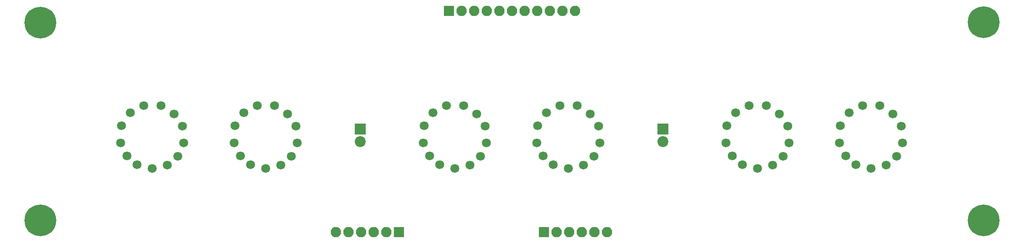
<source format=gts>
G04 #@! TF.FileFunction,Soldermask,Top*
%FSLAX46Y46*%
G04 Gerber Fmt 4.6, Leading zero omitted, Abs format (unit mm)*
G04 Created by KiCad (PCBNEW 4.0.5) date Tuesday, October 10, 2017 'PMt' 05:41:59 PM*
%MOMM*%
%LPD*%
G01*
G04 APERTURE LIST*
%ADD10C,0.100000*%
%ADD11C,6.400000*%
%ADD12C,3.400000*%
%ADD13R,2.100000X2.100000*%
%ADD14O,2.100000X2.100000*%
%ADD15R,2.200000X2.200000*%
%ADD16C,2.200000*%
%ADD17C,1.808000*%
G04 APERTURE END LIST*
D10*
D11*
X257886200Y-67208400D03*
D12*
X257886200Y-67208400D03*
D11*
X67868800Y-67259200D03*
D12*
X67868800Y-67259200D03*
D11*
X67868800Y-107264200D03*
D12*
X67868800Y-107264200D03*
D13*
X150190200Y-64897000D03*
D14*
X152730200Y-64897000D03*
X155270200Y-64897000D03*
X157810200Y-64897000D03*
X160350200Y-64897000D03*
X162890200Y-64897000D03*
X165430200Y-64897000D03*
X167970200Y-64897000D03*
X170510200Y-64897000D03*
X173050200Y-64897000D03*
X175590200Y-64897000D03*
D13*
X169291000Y-109601000D03*
D14*
X171831000Y-109601000D03*
X174371000Y-109601000D03*
X176911000Y-109601000D03*
X179451000Y-109601000D03*
X181991000Y-109601000D03*
D13*
X140144500Y-109601000D03*
D14*
X137604500Y-109601000D03*
X135064500Y-109601000D03*
X132524500Y-109601000D03*
X129984500Y-109601000D03*
X127444500Y-109601000D03*
D15*
X132283200Y-88773000D03*
D16*
X132283200Y-91313000D03*
D15*
X193243200Y-88773000D03*
D16*
X193243200Y-91313000D03*
D17*
X230805200Y-85451000D03*
X233532200Y-84054000D03*
X228803200Y-91567000D03*
X229033200Y-88143000D03*
X239622200Y-85703000D03*
X241242200Y-88234000D03*
X235153200Y-96774000D03*
X240385200Y-94270000D03*
X241546200Y-91604000D03*
X230073200Y-94234000D03*
X238257200Y-96049000D03*
X236975200Y-84084000D03*
X232175200Y-96022000D03*
X207945200Y-85451000D03*
X210672200Y-84054000D03*
X205943200Y-91567000D03*
X206173200Y-88143000D03*
X216762200Y-85703000D03*
X218382200Y-88234000D03*
X212293200Y-96774000D03*
X217525200Y-94270000D03*
X218686200Y-91604000D03*
X207213200Y-94234000D03*
X215397200Y-96049000D03*
X214115200Y-84084000D03*
X209315200Y-96022000D03*
X169845200Y-85451000D03*
X172572200Y-84054000D03*
X167843200Y-91567000D03*
X168073200Y-88143000D03*
X178662200Y-85703000D03*
X180282200Y-88234000D03*
X174193200Y-96774000D03*
X179425200Y-94270000D03*
X180586200Y-91604000D03*
X169113200Y-94234000D03*
X177297200Y-96049000D03*
X176015200Y-84084000D03*
X171215200Y-96022000D03*
X146985200Y-85451000D03*
X149712200Y-84054000D03*
X144983200Y-91567000D03*
X145213200Y-88143000D03*
X155802200Y-85703000D03*
X157422200Y-88234000D03*
X151333200Y-96774000D03*
X156565200Y-94270000D03*
X157726200Y-91604000D03*
X146253200Y-94234000D03*
X154437200Y-96049000D03*
X153155200Y-84084000D03*
X148355200Y-96022000D03*
X108885200Y-85451000D03*
X111612200Y-84054000D03*
X106883200Y-91567000D03*
X107113200Y-88143000D03*
X117702200Y-85703000D03*
X119322200Y-88234000D03*
X113233200Y-96774000D03*
X118465200Y-94270000D03*
X119626200Y-91604000D03*
X108153200Y-94234000D03*
X116337200Y-96049000D03*
X115055200Y-84084000D03*
X110255200Y-96022000D03*
X86025200Y-85451000D03*
X88752200Y-84054000D03*
X84023200Y-91567000D03*
X84253200Y-88143000D03*
X94842200Y-85703000D03*
X96462200Y-88234000D03*
X90373200Y-96774000D03*
X95605200Y-94270000D03*
X96766200Y-91604000D03*
X85293200Y-94234000D03*
X93477200Y-96049000D03*
X92195200Y-84084000D03*
X87395200Y-96022000D03*
D11*
X257886200Y-107213400D03*
D12*
X257886200Y-107264200D03*
M02*

</source>
